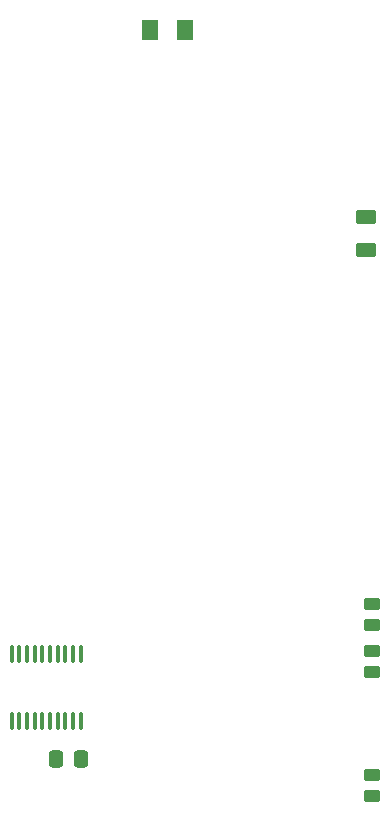
<source format=gbr>
%TF.GenerationSoftware,KiCad,Pcbnew,7.0.2*%
%TF.CreationDate,2023-06-22T18:12:30-04:00*%
%TF.ProjectId,ProtogenBackpackPCB,50726f74-6f67-4656-9e42-61636b706163,rev?*%
%TF.SameCoordinates,Original*%
%TF.FileFunction,Paste,Top*%
%TF.FilePolarity,Positive*%
%FSLAX46Y46*%
G04 Gerber Fmt 4.6, Leading zero omitted, Abs format (unit mm)*
G04 Created by KiCad (PCBNEW 7.0.2) date 2023-06-22 18:12:30*
%MOMM*%
%LPD*%
G01*
G04 APERTURE LIST*
G04 Aperture macros list*
%AMRoundRect*
0 Rectangle with rounded corners*
0 $1 Rounding radius*
0 $2 $3 $4 $5 $6 $7 $8 $9 X,Y pos of 4 corners*
0 Add a 4 corners polygon primitive as box body*
4,1,4,$2,$3,$4,$5,$6,$7,$8,$9,$2,$3,0*
0 Add four circle primitives for the rounded corners*
1,1,$1+$1,$2,$3*
1,1,$1+$1,$4,$5*
1,1,$1+$1,$6,$7*
1,1,$1+$1,$8,$9*
0 Add four rect primitives between the rounded corners*
20,1,$1+$1,$2,$3,$4,$5,0*
20,1,$1+$1,$4,$5,$6,$7,0*
20,1,$1+$1,$6,$7,$8,$9,0*
20,1,$1+$1,$8,$9,$2,$3,0*%
G04 Aperture macros list end*
%ADD10RoundRect,0.100000X-0.100000X0.637500X-0.100000X-0.637500X0.100000X-0.637500X0.100000X0.637500X0*%
%ADD11RoundRect,0.250000X0.337500X0.475000X-0.337500X0.475000X-0.337500X-0.475000X0.337500X-0.475000X0*%
%ADD12RoundRect,0.250001X0.462499X0.624999X-0.462499X0.624999X-0.462499X-0.624999X0.462499X-0.624999X0*%
%ADD13RoundRect,0.250000X-0.450000X0.262500X-0.450000X-0.262500X0.450000X-0.262500X0.450000X0.262500X0*%
%ADD14RoundRect,0.250000X0.625000X-0.375000X0.625000X0.375000X-0.625000X0.375000X-0.625000X-0.375000X0*%
G04 APERTURE END LIST*
D10*
%TO.C,U4*%
X136406000Y-91577000D03*
X135756000Y-91577000D03*
X135106000Y-91577000D03*
X134456000Y-91577000D03*
X133806000Y-91577000D03*
X133156000Y-91577000D03*
X132506000Y-91577000D03*
X131856000Y-91577000D03*
X131206000Y-91577000D03*
X130556000Y-91577000D03*
X130556000Y-85852000D03*
X131206000Y-85852000D03*
X131856000Y-85852000D03*
X132506000Y-85852000D03*
X133156000Y-85852000D03*
X133806000Y-85852000D03*
X134456000Y-85852000D03*
X135106000Y-85852000D03*
X135756000Y-85852000D03*
X136406000Y-85852000D03*
%TD*%
D11*
%TO.C,C1*%
X134323000Y-94742000D03*
X136398000Y-94742000D03*
%TD*%
D12*
%TO.C,F1*%
X145251500Y-33020000D03*
X142276500Y-33020000D03*
%TD*%
D13*
%TO.C,R2*%
X161036000Y-81637500D03*
X161036000Y-83462500D03*
%TD*%
D14*
%TO.C,D1*%
X160528000Y-48892000D03*
X160528000Y-51692000D03*
%TD*%
D13*
%TO.C,R3*%
X161036000Y-85598000D03*
X161036000Y-87423000D03*
%TD*%
%TO.C,R1*%
X161036000Y-96115500D03*
X161036000Y-97940500D03*
%TD*%
M02*

</source>
